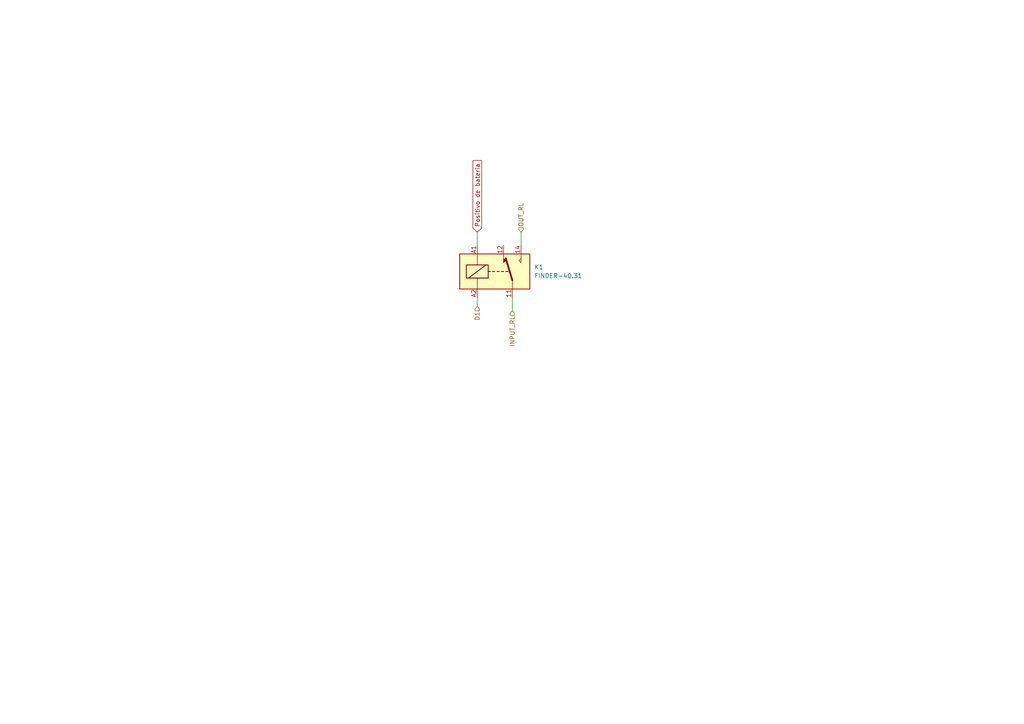
<source format=kicad_sch>
(kicad_sch (version 20230121) (generator eeschema)
  (paper "A4")
  (lib_symbols
    (symbol "Relay:FINDER-40.31"
      (property "Reference" "K" (at 11.43 3.81 0))
      (property "Value" "FINDER-40.31" (at 11.43 1.27 0))
      (symbol "FINDER-40.31_0_0"
        (polyline (pts (xy 7.62 5.08) (xy 7.62 2.54) (xy 6.985 3.175) (xy 7.62 3.81)))
      )
      (symbol "FINDER-40.31_0_1"
        (rectangle (start -10.16 5.08) (end 10.16 -5.08) (stroke (width 0.254)) (fill (type background)))
        (rectangle (start -8.255 1.905) (end -1.905 -1.905) (stroke (width 0.254)))
        (polyline (pts (xy -7.62 -1.905) (xy -2.54 1.905)) (stroke (width 0.254)))
        (polyline (pts (xy -5.08 -5.08) (xy -5.08 -1.905)))
        (polyline (pts (xy -5.08 5.08) (xy -5.08 1.905)))
        (polyline (pts (xy -1.905 0) (xy -1.27 0)) (stroke (width 0.254)))
        (polyline (pts (xy -0.635 0) (xy 0 0)) (stroke (width 0.254)))
        (polyline (pts (xy 0.635 0) (xy 1.27 0)) (stroke (width 0.254)))
        (polyline (pts (xy 1.905 0) (xy 2.54 0)) (stroke (width 0.254)))
        (polyline (pts (xy 3.175 0) (xy 3.81 0)) (stroke (width 0.254)))
        (polyline (pts (xy 5.08 -2.54) (xy 3.175 3.81)) (stroke (width 0.508)))
        (polyline (pts (xy 5.08 -2.54) (xy 5.08 -5.08)))
        (polyline (pts (xy 2.54 5.08) (xy 2.54 2.54) (xy 3.175 3.175) (xy 2.54 3.81)) (fill (type outline)))
      )
      (symbol "FINDER-40.31_1_1"
        (pin passive line (at 5.08 -7.62 90) (length 2.54) (name "~") (number "11"))
        (pin passive line (at 2.54 7.62 270) (length 2.54) (name "~") (number "12"))
        (pin passive line (at 7.62 7.62 270) (length 2.54) (name "~") (number "14"))
        (pin passive line (at -5.08 7.62 270) (length 2.54) (name "~") (number "A1"))
        (pin passive line (at -5.08 -7.62 90) (length 2.54) (name "~") (number "A2"))
      )
    )
  )
  (wire (pts (xy 151.13 71.12) (xy 151.13 67.31)))
  (wire (pts (xy 138.43 86.36) (xy 138.43 88.9)))
  (wire (pts (xy 148.59 86.36) (xy 148.59 90.17)))
  (wire (pts (xy 138.43 67.31) (xy 138.43 71.12)))
  (global_label "Positivo de bateria" (shape input) (at 138.43 67.31 90) (property "Intersheetrefs" "${INTERSHEET_REFS}" (effects hide)))
  (hierarchical_label "OUT_RL" (shape input) (at 151.13 67.31 90))
  (hierarchical_label "D1" (shape input) (at 138.43 88.9 270))
  (hierarchical_label "INPUT_RL" (shape input) (at 148.59 90.17 270))
  (symbol (lib_id "Relay:FINDER-40.31") (at 143.51 78.74 0) (unit 1)
    (property "Reference" "K1" (at 154.94 77.4699 0) (effects (justify left)))
    (property "Value" "FINDER-40.31" (at 154.94 80.0099 0) (effects (justify left)))
    (property "Footprint" "Relay_THT:Relay_SPDT_Finder_40.31" (effects hide))
    (property "Datasheet" "http://gfinder.findernet.com/assets/Series/353/S40EN.pdf" (effects hide))
  )
)
</source>
